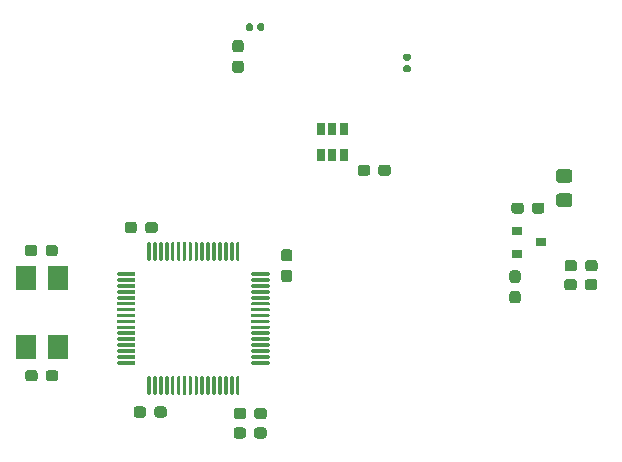
<source format=gbr>
%TF.GenerationSoftware,KiCad,Pcbnew,(5.1.6)-1*%
%TF.CreationDate,2020-12-15T22:49:58+02:00*%
%TF.ProjectId,macropad,6d616372-6f70-4616-942e-6b696361645f,rev?*%
%TF.SameCoordinates,Original*%
%TF.FileFunction,Paste,Top*%
%TF.FilePolarity,Positive*%
%FSLAX46Y46*%
G04 Gerber Fmt 4.6, Leading zero omitted, Abs format (unit mm)*
G04 Created by KiCad (PCBNEW (5.1.6)-1) date 2020-12-15 22:49:58*
%MOMM*%
%LPD*%
G01*
G04 APERTURE LIST*
%ADD10R,0.900000X0.800000*%
%ADD11R,0.650000X1.060000*%
%ADD12R,1.700000X2.100000*%
G04 APERTURE END LIST*
%TO.C,FB1*%
G36*
G01*
X139400001Y-54315000D02*
X138499999Y-54315000D01*
G75*
G02*
X138250000Y-54065001I0J249999D01*
G01*
X138250000Y-53414999D01*
G75*
G02*
X138499999Y-53165000I249999J0D01*
G01*
X139400001Y-53165000D01*
G75*
G02*
X139650000Y-53414999I0J-249999D01*
G01*
X139650000Y-54065001D01*
G75*
G02*
X139400001Y-54315000I-249999J0D01*
G01*
G37*
G36*
G01*
X139400001Y-52265000D02*
X138499999Y-52265000D01*
G75*
G02*
X138250000Y-52015001I0J249999D01*
G01*
X138250000Y-51364999D01*
G75*
G02*
X138499999Y-51115000I249999J0D01*
G01*
X139400001Y-51115000D01*
G75*
G02*
X139650000Y-51364999I0J-249999D01*
G01*
X139650000Y-52015001D01*
G75*
G02*
X139400001Y-52265000I-249999J0D01*
G01*
G37*
%TD*%
%TO.C,LED1*%
G36*
G01*
X141780000Y-59047500D02*
X141780000Y-59522500D01*
G75*
G02*
X141542500Y-59760000I-237500J0D01*
G01*
X140967500Y-59760000D01*
G75*
G02*
X140730000Y-59522500I0J237500D01*
G01*
X140730000Y-59047500D01*
G75*
G02*
X140967500Y-58810000I237500J0D01*
G01*
X141542500Y-58810000D01*
G75*
G02*
X141780000Y-59047500I0J-237500D01*
G01*
G37*
G36*
G01*
X140030000Y-59047500D02*
X140030000Y-59522500D01*
G75*
G02*
X139792500Y-59760000I-237500J0D01*
G01*
X139217500Y-59760000D01*
G75*
G02*
X138980000Y-59522500I0J237500D01*
G01*
X138980000Y-59047500D01*
G75*
G02*
X139217500Y-58810000I237500J0D01*
G01*
X139792500Y-58810000D01*
G75*
G02*
X140030000Y-59047500I0J-237500D01*
G01*
G37*
%TD*%
D10*
%TO.C,U1*%
X134980000Y-56360000D03*
X134980000Y-58260000D03*
X136980000Y-57310000D03*
%TD*%
D11*
%TO.C,U2*%
X120280000Y-47680000D03*
X119330000Y-47680000D03*
X118380000Y-47680000D03*
X118380000Y-49880000D03*
X120280000Y-49880000D03*
X119330000Y-49880000D03*
%TD*%
%TO.C,U3*%
G36*
G01*
X101100000Y-60075000D02*
X101100000Y-59925000D01*
G75*
G02*
X101175000Y-59850000I75000J0D01*
G01*
X102575000Y-59850000D01*
G75*
G02*
X102650000Y-59925000I0J-75000D01*
G01*
X102650000Y-60075000D01*
G75*
G02*
X102575000Y-60150000I-75000J0D01*
G01*
X101175000Y-60150000D01*
G75*
G02*
X101100000Y-60075000I0J75000D01*
G01*
G37*
G36*
G01*
X101100000Y-60575000D02*
X101100000Y-60425000D01*
G75*
G02*
X101175000Y-60350000I75000J0D01*
G01*
X102575000Y-60350000D01*
G75*
G02*
X102650000Y-60425000I0J-75000D01*
G01*
X102650000Y-60575000D01*
G75*
G02*
X102575000Y-60650000I-75000J0D01*
G01*
X101175000Y-60650000D01*
G75*
G02*
X101100000Y-60575000I0J75000D01*
G01*
G37*
G36*
G01*
X101100000Y-61075000D02*
X101100000Y-60925000D01*
G75*
G02*
X101175000Y-60850000I75000J0D01*
G01*
X102575000Y-60850000D01*
G75*
G02*
X102650000Y-60925000I0J-75000D01*
G01*
X102650000Y-61075000D01*
G75*
G02*
X102575000Y-61150000I-75000J0D01*
G01*
X101175000Y-61150000D01*
G75*
G02*
X101100000Y-61075000I0J75000D01*
G01*
G37*
G36*
G01*
X101100000Y-61575000D02*
X101100000Y-61425000D01*
G75*
G02*
X101175000Y-61350000I75000J0D01*
G01*
X102575000Y-61350000D01*
G75*
G02*
X102650000Y-61425000I0J-75000D01*
G01*
X102650000Y-61575000D01*
G75*
G02*
X102575000Y-61650000I-75000J0D01*
G01*
X101175000Y-61650000D01*
G75*
G02*
X101100000Y-61575000I0J75000D01*
G01*
G37*
G36*
G01*
X101100000Y-62075000D02*
X101100000Y-61925000D01*
G75*
G02*
X101175000Y-61850000I75000J0D01*
G01*
X102575000Y-61850000D01*
G75*
G02*
X102650000Y-61925000I0J-75000D01*
G01*
X102650000Y-62075000D01*
G75*
G02*
X102575000Y-62150000I-75000J0D01*
G01*
X101175000Y-62150000D01*
G75*
G02*
X101100000Y-62075000I0J75000D01*
G01*
G37*
G36*
G01*
X101100000Y-62575000D02*
X101100000Y-62425000D01*
G75*
G02*
X101175000Y-62350000I75000J0D01*
G01*
X102575000Y-62350000D01*
G75*
G02*
X102650000Y-62425000I0J-75000D01*
G01*
X102650000Y-62575000D01*
G75*
G02*
X102575000Y-62650000I-75000J0D01*
G01*
X101175000Y-62650000D01*
G75*
G02*
X101100000Y-62575000I0J75000D01*
G01*
G37*
G36*
G01*
X101100000Y-63075000D02*
X101100000Y-62925000D01*
G75*
G02*
X101175000Y-62850000I75000J0D01*
G01*
X102575000Y-62850000D01*
G75*
G02*
X102650000Y-62925000I0J-75000D01*
G01*
X102650000Y-63075000D01*
G75*
G02*
X102575000Y-63150000I-75000J0D01*
G01*
X101175000Y-63150000D01*
G75*
G02*
X101100000Y-63075000I0J75000D01*
G01*
G37*
G36*
G01*
X101100000Y-63575000D02*
X101100000Y-63425000D01*
G75*
G02*
X101175000Y-63350000I75000J0D01*
G01*
X102575000Y-63350000D01*
G75*
G02*
X102650000Y-63425000I0J-75000D01*
G01*
X102650000Y-63575000D01*
G75*
G02*
X102575000Y-63650000I-75000J0D01*
G01*
X101175000Y-63650000D01*
G75*
G02*
X101100000Y-63575000I0J75000D01*
G01*
G37*
G36*
G01*
X101100000Y-64075000D02*
X101100000Y-63925000D01*
G75*
G02*
X101175000Y-63850000I75000J0D01*
G01*
X102575000Y-63850000D01*
G75*
G02*
X102650000Y-63925000I0J-75000D01*
G01*
X102650000Y-64075000D01*
G75*
G02*
X102575000Y-64150000I-75000J0D01*
G01*
X101175000Y-64150000D01*
G75*
G02*
X101100000Y-64075000I0J75000D01*
G01*
G37*
G36*
G01*
X101100000Y-64575000D02*
X101100000Y-64425000D01*
G75*
G02*
X101175000Y-64350000I75000J0D01*
G01*
X102575000Y-64350000D01*
G75*
G02*
X102650000Y-64425000I0J-75000D01*
G01*
X102650000Y-64575000D01*
G75*
G02*
X102575000Y-64650000I-75000J0D01*
G01*
X101175000Y-64650000D01*
G75*
G02*
X101100000Y-64575000I0J75000D01*
G01*
G37*
G36*
G01*
X101100000Y-65075000D02*
X101100000Y-64925000D01*
G75*
G02*
X101175000Y-64850000I75000J0D01*
G01*
X102575000Y-64850000D01*
G75*
G02*
X102650000Y-64925000I0J-75000D01*
G01*
X102650000Y-65075000D01*
G75*
G02*
X102575000Y-65150000I-75000J0D01*
G01*
X101175000Y-65150000D01*
G75*
G02*
X101100000Y-65075000I0J75000D01*
G01*
G37*
G36*
G01*
X101100000Y-65575000D02*
X101100000Y-65425000D01*
G75*
G02*
X101175000Y-65350000I75000J0D01*
G01*
X102575000Y-65350000D01*
G75*
G02*
X102650000Y-65425000I0J-75000D01*
G01*
X102650000Y-65575000D01*
G75*
G02*
X102575000Y-65650000I-75000J0D01*
G01*
X101175000Y-65650000D01*
G75*
G02*
X101100000Y-65575000I0J75000D01*
G01*
G37*
G36*
G01*
X101100000Y-66075000D02*
X101100000Y-65925000D01*
G75*
G02*
X101175000Y-65850000I75000J0D01*
G01*
X102575000Y-65850000D01*
G75*
G02*
X102650000Y-65925000I0J-75000D01*
G01*
X102650000Y-66075000D01*
G75*
G02*
X102575000Y-66150000I-75000J0D01*
G01*
X101175000Y-66150000D01*
G75*
G02*
X101100000Y-66075000I0J75000D01*
G01*
G37*
G36*
G01*
X101100000Y-66575000D02*
X101100000Y-66425000D01*
G75*
G02*
X101175000Y-66350000I75000J0D01*
G01*
X102575000Y-66350000D01*
G75*
G02*
X102650000Y-66425000I0J-75000D01*
G01*
X102650000Y-66575000D01*
G75*
G02*
X102575000Y-66650000I-75000J0D01*
G01*
X101175000Y-66650000D01*
G75*
G02*
X101100000Y-66575000I0J75000D01*
G01*
G37*
G36*
G01*
X101100000Y-67075000D02*
X101100000Y-66925000D01*
G75*
G02*
X101175000Y-66850000I75000J0D01*
G01*
X102575000Y-66850000D01*
G75*
G02*
X102650000Y-66925000I0J-75000D01*
G01*
X102650000Y-67075000D01*
G75*
G02*
X102575000Y-67150000I-75000J0D01*
G01*
X101175000Y-67150000D01*
G75*
G02*
X101100000Y-67075000I0J75000D01*
G01*
G37*
G36*
G01*
X101100000Y-67575000D02*
X101100000Y-67425000D01*
G75*
G02*
X101175000Y-67350000I75000J0D01*
G01*
X102575000Y-67350000D01*
G75*
G02*
X102650000Y-67425000I0J-75000D01*
G01*
X102650000Y-67575000D01*
G75*
G02*
X102575000Y-67650000I-75000J0D01*
G01*
X101175000Y-67650000D01*
G75*
G02*
X101100000Y-67575000I0J75000D01*
G01*
G37*
G36*
G01*
X103650000Y-70125000D02*
X103650000Y-68725000D01*
G75*
G02*
X103725000Y-68650000I75000J0D01*
G01*
X103875000Y-68650000D01*
G75*
G02*
X103950000Y-68725000I0J-75000D01*
G01*
X103950000Y-70125000D01*
G75*
G02*
X103875000Y-70200000I-75000J0D01*
G01*
X103725000Y-70200000D01*
G75*
G02*
X103650000Y-70125000I0J75000D01*
G01*
G37*
G36*
G01*
X104150000Y-70125000D02*
X104150000Y-68725000D01*
G75*
G02*
X104225000Y-68650000I75000J0D01*
G01*
X104375000Y-68650000D01*
G75*
G02*
X104450000Y-68725000I0J-75000D01*
G01*
X104450000Y-70125000D01*
G75*
G02*
X104375000Y-70200000I-75000J0D01*
G01*
X104225000Y-70200000D01*
G75*
G02*
X104150000Y-70125000I0J75000D01*
G01*
G37*
G36*
G01*
X104650000Y-70125000D02*
X104650000Y-68725000D01*
G75*
G02*
X104725000Y-68650000I75000J0D01*
G01*
X104875000Y-68650000D01*
G75*
G02*
X104950000Y-68725000I0J-75000D01*
G01*
X104950000Y-70125000D01*
G75*
G02*
X104875000Y-70200000I-75000J0D01*
G01*
X104725000Y-70200000D01*
G75*
G02*
X104650000Y-70125000I0J75000D01*
G01*
G37*
G36*
G01*
X105150000Y-70125000D02*
X105150000Y-68725000D01*
G75*
G02*
X105225000Y-68650000I75000J0D01*
G01*
X105375000Y-68650000D01*
G75*
G02*
X105450000Y-68725000I0J-75000D01*
G01*
X105450000Y-70125000D01*
G75*
G02*
X105375000Y-70200000I-75000J0D01*
G01*
X105225000Y-70200000D01*
G75*
G02*
X105150000Y-70125000I0J75000D01*
G01*
G37*
G36*
G01*
X105650000Y-70125000D02*
X105650000Y-68725000D01*
G75*
G02*
X105725000Y-68650000I75000J0D01*
G01*
X105875000Y-68650000D01*
G75*
G02*
X105950000Y-68725000I0J-75000D01*
G01*
X105950000Y-70125000D01*
G75*
G02*
X105875000Y-70200000I-75000J0D01*
G01*
X105725000Y-70200000D01*
G75*
G02*
X105650000Y-70125000I0J75000D01*
G01*
G37*
G36*
G01*
X106150000Y-70125000D02*
X106150000Y-68725000D01*
G75*
G02*
X106225000Y-68650000I75000J0D01*
G01*
X106375000Y-68650000D01*
G75*
G02*
X106450000Y-68725000I0J-75000D01*
G01*
X106450000Y-70125000D01*
G75*
G02*
X106375000Y-70200000I-75000J0D01*
G01*
X106225000Y-70200000D01*
G75*
G02*
X106150000Y-70125000I0J75000D01*
G01*
G37*
G36*
G01*
X106650000Y-70125000D02*
X106650000Y-68725000D01*
G75*
G02*
X106725000Y-68650000I75000J0D01*
G01*
X106875000Y-68650000D01*
G75*
G02*
X106950000Y-68725000I0J-75000D01*
G01*
X106950000Y-70125000D01*
G75*
G02*
X106875000Y-70200000I-75000J0D01*
G01*
X106725000Y-70200000D01*
G75*
G02*
X106650000Y-70125000I0J75000D01*
G01*
G37*
G36*
G01*
X107150000Y-70125000D02*
X107150000Y-68725000D01*
G75*
G02*
X107225000Y-68650000I75000J0D01*
G01*
X107375000Y-68650000D01*
G75*
G02*
X107450000Y-68725000I0J-75000D01*
G01*
X107450000Y-70125000D01*
G75*
G02*
X107375000Y-70200000I-75000J0D01*
G01*
X107225000Y-70200000D01*
G75*
G02*
X107150000Y-70125000I0J75000D01*
G01*
G37*
G36*
G01*
X107650000Y-70125000D02*
X107650000Y-68725000D01*
G75*
G02*
X107725000Y-68650000I75000J0D01*
G01*
X107875000Y-68650000D01*
G75*
G02*
X107950000Y-68725000I0J-75000D01*
G01*
X107950000Y-70125000D01*
G75*
G02*
X107875000Y-70200000I-75000J0D01*
G01*
X107725000Y-70200000D01*
G75*
G02*
X107650000Y-70125000I0J75000D01*
G01*
G37*
G36*
G01*
X108150000Y-70125000D02*
X108150000Y-68725000D01*
G75*
G02*
X108225000Y-68650000I75000J0D01*
G01*
X108375000Y-68650000D01*
G75*
G02*
X108450000Y-68725000I0J-75000D01*
G01*
X108450000Y-70125000D01*
G75*
G02*
X108375000Y-70200000I-75000J0D01*
G01*
X108225000Y-70200000D01*
G75*
G02*
X108150000Y-70125000I0J75000D01*
G01*
G37*
G36*
G01*
X108650000Y-70125000D02*
X108650000Y-68725000D01*
G75*
G02*
X108725000Y-68650000I75000J0D01*
G01*
X108875000Y-68650000D01*
G75*
G02*
X108950000Y-68725000I0J-75000D01*
G01*
X108950000Y-70125000D01*
G75*
G02*
X108875000Y-70200000I-75000J0D01*
G01*
X108725000Y-70200000D01*
G75*
G02*
X108650000Y-70125000I0J75000D01*
G01*
G37*
G36*
G01*
X109150000Y-70125000D02*
X109150000Y-68725000D01*
G75*
G02*
X109225000Y-68650000I75000J0D01*
G01*
X109375000Y-68650000D01*
G75*
G02*
X109450000Y-68725000I0J-75000D01*
G01*
X109450000Y-70125000D01*
G75*
G02*
X109375000Y-70200000I-75000J0D01*
G01*
X109225000Y-70200000D01*
G75*
G02*
X109150000Y-70125000I0J75000D01*
G01*
G37*
G36*
G01*
X109650000Y-70125000D02*
X109650000Y-68725000D01*
G75*
G02*
X109725000Y-68650000I75000J0D01*
G01*
X109875000Y-68650000D01*
G75*
G02*
X109950000Y-68725000I0J-75000D01*
G01*
X109950000Y-70125000D01*
G75*
G02*
X109875000Y-70200000I-75000J0D01*
G01*
X109725000Y-70200000D01*
G75*
G02*
X109650000Y-70125000I0J75000D01*
G01*
G37*
G36*
G01*
X110150000Y-70125000D02*
X110150000Y-68725000D01*
G75*
G02*
X110225000Y-68650000I75000J0D01*
G01*
X110375000Y-68650000D01*
G75*
G02*
X110450000Y-68725000I0J-75000D01*
G01*
X110450000Y-70125000D01*
G75*
G02*
X110375000Y-70200000I-75000J0D01*
G01*
X110225000Y-70200000D01*
G75*
G02*
X110150000Y-70125000I0J75000D01*
G01*
G37*
G36*
G01*
X110650000Y-70125000D02*
X110650000Y-68725000D01*
G75*
G02*
X110725000Y-68650000I75000J0D01*
G01*
X110875000Y-68650000D01*
G75*
G02*
X110950000Y-68725000I0J-75000D01*
G01*
X110950000Y-70125000D01*
G75*
G02*
X110875000Y-70200000I-75000J0D01*
G01*
X110725000Y-70200000D01*
G75*
G02*
X110650000Y-70125000I0J75000D01*
G01*
G37*
G36*
G01*
X111150000Y-70125000D02*
X111150000Y-68725000D01*
G75*
G02*
X111225000Y-68650000I75000J0D01*
G01*
X111375000Y-68650000D01*
G75*
G02*
X111450000Y-68725000I0J-75000D01*
G01*
X111450000Y-70125000D01*
G75*
G02*
X111375000Y-70200000I-75000J0D01*
G01*
X111225000Y-70200000D01*
G75*
G02*
X111150000Y-70125000I0J75000D01*
G01*
G37*
G36*
G01*
X112450000Y-67575000D02*
X112450000Y-67425000D01*
G75*
G02*
X112525000Y-67350000I75000J0D01*
G01*
X113925000Y-67350000D01*
G75*
G02*
X114000000Y-67425000I0J-75000D01*
G01*
X114000000Y-67575000D01*
G75*
G02*
X113925000Y-67650000I-75000J0D01*
G01*
X112525000Y-67650000D01*
G75*
G02*
X112450000Y-67575000I0J75000D01*
G01*
G37*
G36*
G01*
X112450000Y-67075000D02*
X112450000Y-66925000D01*
G75*
G02*
X112525000Y-66850000I75000J0D01*
G01*
X113925000Y-66850000D01*
G75*
G02*
X114000000Y-66925000I0J-75000D01*
G01*
X114000000Y-67075000D01*
G75*
G02*
X113925000Y-67150000I-75000J0D01*
G01*
X112525000Y-67150000D01*
G75*
G02*
X112450000Y-67075000I0J75000D01*
G01*
G37*
G36*
G01*
X112450000Y-66575000D02*
X112450000Y-66425000D01*
G75*
G02*
X112525000Y-66350000I75000J0D01*
G01*
X113925000Y-66350000D01*
G75*
G02*
X114000000Y-66425000I0J-75000D01*
G01*
X114000000Y-66575000D01*
G75*
G02*
X113925000Y-66650000I-75000J0D01*
G01*
X112525000Y-66650000D01*
G75*
G02*
X112450000Y-66575000I0J75000D01*
G01*
G37*
G36*
G01*
X112450000Y-66075000D02*
X112450000Y-65925000D01*
G75*
G02*
X112525000Y-65850000I75000J0D01*
G01*
X113925000Y-65850000D01*
G75*
G02*
X114000000Y-65925000I0J-75000D01*
G01*
X114000000Y-66075000D01*
G75*
G02*
X113925000Y-66150000I-75000J0D01*
G01*
X112525000Y-66150000D01*
G75*
G02*
X112450000Y-66075000I0J75000D01*
G01*
G37*
G36*
G01*
X112450000Y-65575000D02*
X112450000Y-65425000D01*
G75*
G02*
X112525000Y-65350000I75000J0D01*
G01*
X113925000Y-65350000D01*
G75*
G02*
X114000000Y-65425000I0J-75000D01*
G01*
X114000000Y-65575000D01*
G75*
G02*
X113925000Y-65650000I-75000J0D01*
G01*
X112525000Y-65650000D01*
G75*
G02*
X112450000Y-65575000I0J75000D01*
G01*
G37*
G36*
G01*
X112450000Y-65075000D02*
X112450000Y-64925000D01*
G75*
G02*
X112525000Y-64850000I75000J0D01*
G01*
X113925000Y-64850000D01*
G75*
G02*
X114000000Y-64925000I0J-75000D01*
G01*
X114000000Y-65075000D01*
G75*
G02*
X113925000Y-65150000I-75000J0D01*
G01*
X112525000Y-65150000D01*
G75*
G02*
X112450000Y-65075000I0J75000D01*
G01*
G37*
G36*
G01*
X112450000Y-64575000D02*
X112450000Y-64425000D01*
G75*
G02*
X112525000Y-64350000I75000J0D01*
G01*
X113925000Y-64350000D01*
G75*
G02*
X114000000Y-64425000I0J-75000D01*
G01*
X114000000Y-64575000D01*
G75*
G02*
X113925000Y-64650000I-75000J0D01*
G01*
X112525000Y-64650000D01*
G75*
G02*
X112450000Y-64575000I0J75000D01*
G01*
G37*
G36*
G01*
X112450000Y-64075000D02*
X112450000Y-63925000D01*
G75*
G02*
X112525000Y-63850000I75000J0D01*
G01*
X113925000Y-63850000D01*
G75*
G02*
X114000000Y-63925000I0J-75000D01*
G01*
X114000000Y-64075000D01*
G75*
G02*
X113925000Y-64150000I-75000J0D01*
G01*
X112525000Y-64150000D01*
G75*
G02*
X112450000Y-64075000I0J75000D01*
G01*
G37*
G36*
G01*
X112450000Y-63575000D02*
X112450000Y-63425000D01*
G75*
G02*
X112525000Y-63350000I75000J0D01*
G01*
X113925000Y-63350000D01*
G75*
G02*
X114000000Y-63425000I0J-75000D01*
G01*
X114000000Y-63575000D01*
G75*
G02*
X113925000Y-63650000I-75000J0D01*
G01*
X112525000Y-63650000D01*
G75*
G02*
X112450000Y-63575000I0J75000D01*
G01*
G37*
G36*
G01*
X112450000Y-63075000D02*
X112450000Y-62925000D01*
G75*
G02*
X112525000Y-62850000I75000J0D01*
G01*
X113925000Y-62850000D01*
G75*
G02*
X114000000Y-62925000I0J-75000D01*
G01*
X114000000Y-63075000D01*
G75*
G02*
X113925000Y-63150000I-75000J0D01*
G01*
X112525000Y-63150000D01*
G75*
G02*
X112450000Y-63075000I0J75000D01*
G01*
G37*
G36*
G01*
X112450000Y-62575000D02*
X112450000Y-62425000D01*
G75*
G02*
X112525000Y-62350000I75000J0D01*
G01*
X113925000Y-62350000D01*
G75*
G02*
X114000000Y-62425000I0J-75000D01*
G01*
X114000000Y-62575000D01*
G75*
G02*
X113925000Y-62650000I-75000J0D01*
G01*
X112525000Y-62650000D01*
G75*
G02*
X112450000Y-62575000I0J75000D01*
G01*
G37*
G36*
G01*
X112450000Y-62075000D02*
X112450000Y-61925000D01*
G75*
G02*
X112525000Y-61850000I75000J0D01*
G01*
X113925000Y-61850000D01*
G75*
G02*
X114000000Y-61925000I0J-75000D01*
G01*
X114000000Y-62075000D01*
G75*
G02*
X113925000Y-62150000I-75000J0D01*
G01*
X112525000Y-62150000D01*
G75*
G02*
X112450000Y-62075000I0J75000D01*
G01*
G37*
G36*
G01*
X112450000Y-61575000D02*
X112450000Y-61425000D01*
G75*
G02*
X112525000Y-61350000I75000J0D01*
G01*
X113925000Y-61350000D01*
G75*
G02*
X114000000Y-61425000I0J-75000D01*
G01*
X114000000Y-61575000D01*
G75*
G02*
X113925000Y-61650000I-75000J0D01*
G01*
X112525000Y-61650000D01*
G75*
G02*
X112450000Y-61575000I0J75000D01*
G01*
G37*
G36*
G01*
X112450000Y-61075000D02*
X112450000Y-60925000D01*
G75*
G02*
X112525000Y-60850000I75000J0D01*
G01*
X113925000Y-60850000D01*
G75*
G02*
X114000000Y-60925000I0J-75000D01*
G01*
X114000000Y-61075000D01*
G75*
G02*
X113925000Y-61150000I-75000J0D01*
G01*
X112525000Y-61150000D01*
G75*
G02*
X112450000Y-61075000I0J75000D01*
G01*
G37*
G36*
G01*
X112450000Y-60575000D02*
X112450000Y-60425000D01*
G75*
G02*
X112525000Y-60350000I75000J0D01*
G01*
X113925000Y-60350000D01*
G75*
G02*
X114000000Y-60425000I0J-75000D01*
G01*
X114000000Y-60575000D01*
G75*
G02*
X113925000Y-60650000I-75000J0D01*
G01*
X112525000Y-60650000D01*
G75*
G02*
X112450000Y-60575000I0J75000D01*
G01*
G37*
G36*
G01*
X112450000Y-60075000D02*
X112450000Y-59925000D01*
G75*
G02*
X112525000Y-59850000I75000J0D01*
G01*
X113925000Y-59850000D01*
G75*
G02*
X114000000Y-59925000I0J-75000D01*
G01*
X114000000Y-60075000D01*
G75*
G02*
X113925000Y-60150000I-75000J0D01*
G01*
X112525000Y-60150000D01*
G75*
G02*
X112450000Y-60075000I0J75000D01*
G01*
G37*
G36*
G01*
X111150000Y-58775000D02*
X111150000Y-57375000D01*
G75*
G02*
X111225000Y-57300000I75000J0D01*
G01*
X111375000Y-57300000D01*
G75*
G02*
X111450000Y-57375000I0J-75000D01*
G01*
X111450000Y-58775000D01*
G75*
G02*
X111375000Y-58850000I-75000J0D01*
G01*
X111225000Y-58850000D01*
G75*
G02*
X111150000Y-58775000I0J75000D01*
G01*
G37*
G36*
G01*
X110650000Y-58775000D02*
X110650000Y-57375000D01*
G75*
G02*
X110725000Y-57300000I75000J0D01*
G01*
X110875000Y-57300000D01*
G75*
G02*
X110950000Y-57375000I0J-75000D01*
G01*
X110950000Y-58775000D01*
G75*
G02*
X110875000Y-58850000I-75000J0D01*
G01*
X110725000Y-58850000D01*
G75*
G02*
X110650000Y-58775000I0J75000D01*
G01*
G37*
G36*
G01*
X110150000Y-58775000D02*
X110150000Y-57375000D01*
G75*
G02*
X110225000Y-57300000I75000J0D01*
G01*
X110375000Y-57300000D01*
G75*
G02*
X110450000Y-57375000I0J-75000D01*
G01*
X110450000Y-58775000D01*
G75*
G02*
X110375000Y-58850000I-75000J0D01*
G01*
X110225000Y-58850000D01*
G75*
G02*
X110150000Y-58775000I0J75000D01*
G01*
G37*
G36*
G01*
X109650000Y-58775000D02*
X109650000Y-57375000D01*
G75*
G02*
X109725000Y-57300000I75000J0D01*
G01*
X109875000Y-57300000D01*
G75*
G02*
X109950000Y-57375000I0J-75000D01*
G01*
X109950000Y-58775000D01*
G75*
G02*
X109875000Y-58850000I-75000J0D01*
G01*
X109725000Y-58850000D01*
G75*
G02*
X109650000Y-58775000I0J75000D01*
G01*
G37*
G36*
G01*
X109150000Y-58775000D02*
X109150000Y-57375000D01*
G75*
G02*
X109225000Y-57300000I75000J0D01*
G01*
X109375000Y-57300000D01*
G75*
G02*
X109450000Y-57375000I0J-75000D01*
G01*
X109450000Y-58775000D01*
G75*
G02*
X109375000Y-58850000I-75000J0D01*
G01*
X109225000Y-58850000D01*
G75*
G02*
X109150000Y-58775000I0J75000D01*
G01*
G37*
G36*
G01*
X108650000Y-58775000D02*
X108650000Y-57375000D01*
G75*
G02*
X108725000Y-57300000I75000J0D01*
G01*
X108875000Y-57300000D01*
G75*
G02*
X108950000Y-57375000I0J-75000D01*
G01*
X108950000Y-58775000D01*
G75*
G02*
X108875000Y-58850000I-75000J0D01*
G01*
X108725000Y-58850000D01*
G75*
G02*
X108650000Y-58775000I0J75000D01*
G01*
G37*
G36*
G01*
X108150000Y-58775000D02*
X108150000Y-57375000D01*
G75*
G02*
X108225000Y-57300000I75000J0D01*
G01*
X108375000Y-57300000D01*
G75*
G02*
X108450000Y-57375000I0J-75000D01*
G01*
X108450000Y-58775000D01*
G75*
G02*
X108375000Y-58850000I-75000J0D01*
G01*
X108225000Y-58850000D01*
G75*
G02*
X108150000Y-58775000I0J75000D01*
G01*
G37*
G36*
G01*
X107650000Y-58775000D02*
X107650000Y-57375000D01*
G75*
G02*
X107725000Y-57300000I75000J0D01*
G01*
X107875000Y-57300000D01*
G75*
G02*
X107950000Y-57375000I0J-75000D01*
G01*
X107950000Y-58775000D01*
G75*
G02*
X107875000Y-58850000I-75000J0D01*
G01*
X107725000Y-58850000D01*
G75*
G02*
X107650000Y-58775000I0J75000D01*
G01*
G37*
G36*
G01*
X107150000Y-58775000D02*
X107150000Y-57375000D01*
G75*
G02*
X107225000Y-57300000I75000J0D01*
G01*
X107375000Y-57300000D01*
G75*
G02*
X107450000Y-57375000I0J-75000D01*
G01*
X107450000Y-58775000D01*
G75*
G02*
X107375000Y-58850000I-75000J0D01*
G01*
X107225000Y-58850000D01*
G75*
G02*
X107150000Y-58775000I0J75000D01*
G01*
G37*
G36*
G01*
X106650000Y-58775000D02*
X106650000Y-57375000D01*
G75*
G02*
X106725000Y-57300000I75000J0D01*
G01*
X106875000Y-57300000D01*
G75*
G02*
X106950000Y-57375000I0J-75000D01*
G01*
X106950000Y-58775000D01*
G75*
G02*
X106875000Y-58850000I-75000J0D01*
G01*
X106725000Y-58850000D01*
G75*
G02*
X106650000Y-58775000I0J75000D01*
G01*
G37*
G36*
G01*
X106150000Y-58775000D02*
X106150000Y-57375000D01*
G75*
G02*
X106225000Y-57300000I75000J0D01*
G01*
X106375000Y-57300000D01*
G75*
G02*
X106450000Y-57375000I0J-75000D01*
G01*
X106450000Y-58775000D01*
G75*
G02*
X106375000Y-58850000I-75000J0D01*
G01*
X106225000Y-58850000D01*
G75*
G02*
X106150000Y-58775000I0J75000D01*
G01*
G37*
G36*
G01*
X105650000Y-58775000D02*
X105650000Y-57375000D01*
G75*
G02*
X105725000Y-57300000I75000J0D01*
G01*
X105875000Y-57300000D01*
G75*
G02*
X105950000Y-57375000I0J-75000D01*
G01*
X105950000Y-58775000D01*
G75*
G02*
X105875000Y-58850000I-75000J0D01*
G01*
X105725000Y-58850000D01*
G75*
G02*
X105650000Y-58775000I0J75000D01*
G01*
G37*
G36*
G01*
X105150000Y-58775000D02*
X105150000Y-57375000D01*
G75*
G02*
X105225000Y-57300000I75000J0D01*
G01*
X105375000Y-57300000D01*
G75*
G02*
X105450000Y-57375000I0J-75000D01*
G01*
X105450000Y-58775000D01*
G75*
G02*
X105375000Y-58850000I-75000J0D01*
G01*
X105225000Y-58850000D01*
G75*
G02*
X105150000Y-58775000I0J75000D01*
G01*
G37*
G36*
G01*
X104650000Y-58775000D02*
X104650000Y-57375000D01*
G75*
G02*
X104725000Y-57300000I75000J0D01*
G01*
X104875000Y-57300000D01*
G75*
G02*
X104950000Y-57375000I0J-75000D01*
G01*
X104950000Y-58775000D01*
G75*
G02*
X104875000Y-58850000I-75000J0D01*
G01*
X104725000Y-58850000D01*
G75*
G02*
X104650000Y-58775000I0J75000D01*
G01*
G37*
G36*
G01*
X104150000Y-58775000D02*
X104150000Y-57375000D01*
G75*
G02*
X104225000Y-57300000I75000J0D01*
G01*
X104375000Y-57300000D01*
G75*
G02*
X104450000Y-57375000I0J-75000D01*
G01*
X104450000Y-58775000D01*
G75*
G02*
X104375000Y-58850000I-75000J0D01*
G01*
X104225000Y-58850000D01*
G75*
G02*
X104150000Y-58775000I0J75000D01*
G01*
G37*
G36*
G01*
X103650000Y-58775000D02*
X103650000Y-57375000D01*
G75*
G02*
X103725000Y-57300000I75000J0D01*
G01*
X103875000Y-57300000D01*
G75*
G02*
X103950000Y-57375000I0J-75000D01*
G01*
X103950000Y-58775000D01*
G75*
G02*
X103875000Y-58850000I-75000J0D01*
G01*
X103725000Y-58850000D01*
G75*
G02*
X103650000Y-58775000I0J75000D01*
G01*
G37*
%TD*%
D12*
%TO.C,Y1*%
X93350000Y-60300000D03*
X93350000Y-66200000D03*
X96050000Y-66200000D03*
X96050000Y-60300000D03*
%TD*%
%TO.C,C1*%
G36*
G01*
X135530000Y-54172500D02*
X135530000Y-54647500D01*
G75*
G02*
X135292500Y-54885000I-237500J0D01*
G01*
X134717500Y-54885000D01*
G75*
G02*
X134480000Y-54647500I0J237500D01*
G01*
X134480000Y-54172500D01*
G75*
G02*
X134717500Y-53935000I237500J0D01*
G01*
X135292500Y-53935000D01*
G75*
G02*
X135530000Y-54172500I0J-237500D01*
G01*
G37*
G36*
G01*
X137280000Y-54172500D02*
X137280000Y-54647500D01*
G75*
G02*
X137042500Y-54885000I-237500J0D01*
G01*
X136467500Y-54885000D01*
G75*
G02*
X136230000Y-54647500I0J237500D01*
G01*
X136230000Y-54172500D01*
G75*
G02*
X136467500Y-53935000I237500J0D01*
G01*
X137042500Y-53935000D01*
G75*
G02*
X137280000Y-54172500I0J-237500D01*
G01*
G37*
%TD*%
%TO.C,C2*%
G36*
G01*
X134542500Y-59680000D02*
X135017500Y-59680000D01*
G75*
G02*
X135255000Y-59917500I0J-237500D01*
G01*
X135255000Y-60492500D01*
G75*
G02*
X135017500Y-60730000I-237500J0D01*
G01*
X134542500Y-60730000D01*
G75*
G02*
X134305000Y-60492500I0J237500D01*
G01*
X134305000Y-59917500D01*
G75*
G02*
X134542500Y-59680000I237500J0D01*
G01*
G37*
G36*
G01*
X134542500Y-61430000D02*
X135017500Y-61430000D01*
G75*
G02*
X135255000Y-61667500I0J-237500D01*
G01*
X135255000Y-62242500D01*
G75*
G02*
X135017500Y-62480000I-237500J0D01*
G01*
X134542500Y-62480000D01*
G75*
G02*
X134305000Y-62242500I0J237500D01*
G01*
X134305000Y-61667500D01*
G75*
G02*
X134542500Y-61430000I237500J0D01*
G01*
G37*
%TD*%
%TO.C,C3*%
G36*
G01*
X113750000Y-73207500D02*
X113750000Y-73682500D01*
G75*
G02*
X113512500Y-73920000I-237500J0D01*
G01*
X112937500Y-73920000D01*
G75*
G02*
X112700000Y-73682500I0J237500D01*
G01*
X112700000Y-73207500D01*
G75*
G02*
X112937500Y-72970000I237500J0D01*
G01*
X113512500Y-72970000D01*
G75*
G02*
X113750000Y-73207500I0J-237500D01*
G01*
G37*
G36*
G01*
X112000000Y-73207500D02*
X112000000Y-73682500D01*
G75*
G02*
X111762500Y-73920000I-237500J0D01*
G01*
X111187500Y-73920000D01*
G75*
G02*
X110950000Y-73682500I0J237500D01*
G01*
X110950000Y-73207500D01*
G75*
G02*
X111187500Y-72970000I237500J0D01*
G01*
X111762500Y-72970000D01*
G75*
G02*
X112000000Y-73207500I0J-237500D01*
G01*
G37*
%TD*%
%TO.C,C4*%
G36*
G01*
X103475000Y-56287500D02*
X103475000Y-55812500D01*
G75*
G02*
X103712500Y-55575000I237500J0D01*
G01*
X104287500Y-55575000D01*
G75*
G02*
X104525000Y-55812500I0J-237500D01*
G01*
X104525000Y-56287500D01*
G75*
G02*
X104287500Y-56525000I-237500J0D01*
G01*
X103712500Y-56525000D01*
G75*
G02*
X103475000Y-56287500I0J237500D01*
G01*
G37*
G36*
G01*
X101725000Y-56287500D02*
X101725000Y-55812500D01*
G75*
G02*
X101962500Y-55575000I237500J0D01*
G01*
X102537500Y-55575000D01*
G75*
G02*
X102775000Y-55812500I0J-237500D01*
G01*
X102775000Y-56287500D01*
G75*
G02*
X102537500Y-56525000I-237500J0D01*
G01*
X101962500Y-56525000D01*
G75*
G02*
X101725000Y-56287500I0J237500D01*
G01*
G37*
%TD*%
%TO.C,C5*%
G36*
G01*
X115212500Y-57875000D02*
X115687500Y-57875000D01*
G75*
G02*
X115925000Y-58112500I0J-237500D01*
G01*
X115925000Y-58687500D01*
G75*
G02*
X115687500Y-58925000I-237500J0D01*
G01*
X115212500Y-58925000D01*
G75*
G02*
X114975000Y-58687500I0J237500D01*
G01*
X114975000Y-58112500D01*
G75*
G02*
X115212500Y-57875000I237500J0D01*
G01*
G37*
G36*
G01*
X115212500Y-59625000D02*
X115687500Y-59625000D01*
G75*
G02*
X115925000Y-59862500I0J-237500D01*
G01*
X115925000Y-60437500D01*
G75*
G02*
X115687500Y-60675000I-237500J0D01*
G01*
X115212500Y-60675000D01*
G75*
G02*
X114975000Y-60437500I0J237500D01*
G01*
X114975000Y-59862500D01*
G75*
G02*
X115212500Y-59625000I237500J0D01*
G01*
G37*
%TD*%
%TO.C,C6*%
G36*
G01*
X112015000Y-71562500D02*
X112015000Y-72037500D01*
G75*
G02*
X111777500Y-72275000I-237500J0D01*
G01*
X111202500Y-72275000D01*
G75*
G02*
X110965000Y-72037500I0J237500D01*
G01*
X110965000Y-71562500D01*
G75*
G02*
X111202500Y-71325000I237500J0D01*
G01*
X111777500Y-71325000D01*
G75*
G02*
X112015000Y-71562500I0J-237500D01*
G01*
G37*
G36*
G01*
X113765000Y-71562500D02*
X113765000Y-72037500D01*
G75*
G02*
X113527500Y-72275000I-237500J0D01*
G01*
X112952500Y-72275000D01*
G75*
G02*
X112715000Y-72037500I0J237500D01*
G01*
X112715000Y-71562500D01*
G75*
G02*
X112952500Y-71325000I237500J0D01*
G01*
X113527500Y-71325000D01*
G75*
G02*
X113765000Y-71562500I0J-237500D01*
G01*
G37*
%TD*%
%TO.C,C7*%
G36*
G01*
X105300000Y-71437500D02*
X105300000Y-71912500D01*
G75*
G02*
X105062500Y-72150000I-237500J0D01*
G01*
X104487500Y-72150000D01*
G75*
G02*
X104250000Y-71912500I0J237500D01*
G01*
X104250000Y-71437500D01*
G75*
G02*
X104487500Y-71200000I237500J0D01*
G01*
X105062500Y-71200000D01*
G75*
G02*
X105300000Y-71437500I0J-237500D01*
G01*
G37*
G36*
G01*
X103550000Y-71437500D02*
X103550000Y-71912500D01*
G75*
G02*
X103312500Y-72150000I-237500J0D01*
G01*
X102737500Y-72150000D01*
G75*
G02*
X102500000Y-71912500I0J237500D01*
G01*
X102500000Y-71437500D01*
G75*
G02*
X102737500Y-71200000I237500J0D01*
G01*
X103312500Y-71200000D01*
G75*
G02*
X103550000Y-71437500I0J-237500D01*
G01*
G37*
%TD*%
%TO.C,C8*%
G36*
G01*
X95035000Y-58237500D02*
X95035000Y-57762500D01*
G75*
G02*
X95272500Y-57525000I237500J0D01*
G01*
X95847500Y-57525000D01*
G75*
G02*
X96085000Y-57762500I0J-237500D01*
G01*
X96085000Y-58237500D01*
G75*
G02*
X95847500Y-58475000I-237500J0D01*
G01*
X95272500Y-58475000D01*
G75*
G02*
X95035000Y-58237500I0J237500D01*
G01*
G37*
G36*
G01*
X93285000Y-58237500D02*
X93285000Y-57762500D01*
G75*
G02*
X93522500Y-57525000I237500J0D01*
G01*
X94097500Y-57525000D01*
G75*
G02*
X94335000Y-57762500I0J-237500D01*
G01*
X94335000Y-58237500D01*
G75*
G02*
X94097500Y-58475000I-237500J0D01*
G01*
X93522500Y-58475000D01*
G75*
G02*
X93285000Y-58237500I0J237500D01*
G01*
G37*
%TD*%
%TO.C,C9*%
G36*
G01*
X96115000Y-68362500D02*
X96115000Y-68837500D01*
G75*
G02*
X95877500Y-69075000I-237500J0D01*
G01*
X95302500Y-69075000D01*
G75*
G02*
X95065000Y-68837500I0J237500D01*
G01*
X95065000Y-68362500D01*
G75*
G02*
X95302500Y-68125000I237500J0D01*
G01*
X95877500Y-68125000D01*
G75*
G02*
X96115000Y-68362500I0J-237500D01*
G01*
G37*
G36*
G01*
X94365000Y-68362500D02*
X94365000Y-68837500D01*
G75*
G02*
X94127500Y-69075000I-237500J0D01*
G01*
X93552500Y-69075000D01*
G75*
G02*
X93315000Y-68837500I0J237500D01*
G01*
X93315000Y-68362500D01*
G75*
G02*
X93552500Y-68125000I237500J0D01*
G01*
X94127500Y-68125000D01*
G75*
G02*
X94365000Y-68362500I0J-237500D01*
G01*
G37*
%TD*%
%TO.C,R1*%
G36*
G01*
X141755000Y-60647500D02*
X141755000Y-61122500D01*
G75*
G02*
X141517500Y-61360000I-237500J0D01*
G01*
X140942500Y-61360000D01*
G75*
G02*
X140705000Y-61122500I0J237500D01*
G01*
X140705000Y-60647500D01*
G75*
G02*
X140942500Y-60410000I237500J0D01*
G01*
X141517500Y-60410000D01*
G75*
G02*
X141755000Y-60647500I0J-237500D01*
G01*
G37*
G36*
G01*
X140005000Y-60647500D02*
X140005000Y-61122500D01*
G75*
G02*
X139767500Y-61360000I-237500J0D01*
G01*
X139192500Y-61360000D01*
G75*
G02*
X138955000Y-61122500I0J237500D01*
G01*
X138955000Y-60647500D01*
G75*
G02*
X139192500Y-60410000I237500J0D01*
G01*
X139767500Y-60410000D01*
G75*
G02*
X140005000Y-60647500I0J-237500D01*
G01*
G37*
%TD*%
%TO.C,R2*%
G36*
G01*
X111567500Y-42975000D02*
X111092500Y-42975000D01*
G75*
G02*
X110855000Y-42737500I0J237500D01*
G01*
X110855000Y-42162500D01*
G75*
G02*
X111092500Y-41925000I237500J0D01*
G01*
X111567500Y-41925000D01*
G75*
G02*
X111805000Y-42162500I0J-237500D01*
G01*
X111805000Y-42737500D01*
G75*
G02*
X111567500Y-42975000I-237500J0D01*
G01*
G37*
G36*
G01*
X111567500Y-41225000D02*
X111092500Y-41225000D01*
G75*
G02*
X110855000Y-40987500I0J237500D01*
G01*
X110855000Y-40412500D01*
G75*
G02*
X111092500Y-40175000I237500J0D01*
G01*
X111567500Y-40175000D01*
G75*
G02*
X111805000Y-40412500I0J-237500D01*
G01*
X111805000Y-40987500D01*
G75*
G02*
X111567500Y-41225000I-237500J0D01*
G01*
G37*
%TD*%
%TO.C,R3*%
G36*
G01*
X122515000Y-50972500D02*
X122515000Y-51447500D01*
G75*
G02*
X122277500Y-51685000I-237500J0D01*
G01*
X121702500Y-51685000D01*
G75*
G02*
X121465000Y-51447500I0J237500D01*
G01*
X121465000Y-50972500D01*
G75*
G02*
X121702500Y-50735000I237500J0D01*
G01*
X122277500Y-50735000D01*
G75*
G02*
X122515000Y-50972500I0J-237500D01*
G01*
G37*
G36*
G01*
X124265000Y-50972500D02*
X124265000Y-51447500D01*
G75*
G02*
X124027500Y-51685000I-237500J0D01*
G01*
X123452500Y-51685000D01*
G75*
G02*
X123215000Y-51447500I0J237500D01*
G01*
X123215000Y-50972500D01*
G75*
G02*
X123452500Y-50735000I237500J0D01*
G01*
X124027500Y-50735000D01*
G75*
G02*
X124265000Y-50972500I0J-237500D01*
G01*
G37*
%TD*%
%TO.C,R4*%
G36*
G01*
X112585000Y-38917500D02*
X112585000Y-39262500D01*
G75*
G02*
X112437500Y-39410000I-147500J0D01*
G01*
X112142500Y-39410000D01*
G75*
G02*
X111995000Y-39262500I0J147500D01*
G01*
X111995000Y-38917500D01*
G75*
G02*
X112142500Y-38770000I147500J0D01*
G01*
X112437500Y-38770000D01*
G75*
G02*
X112585000Y-38917500I0J-147500D01*
G01*
G37*
G36*
G01*
X113555000Y-38917500D02*
X113555000Y-39262500D01*
G75*
G02*
X113407500Y-39410000I-147500J0D01*
G01*
X113112500Y-39410000D01*
G75*
G02*
X112965000Y-39262500I0J147500D01*
G01*
X112965000Y-38917500D01*
G75*
G02*
X113112500Y-38770000I147500J0D01*
G01*
X113407500Y-38770000D01*
G75*
G02*
X113555000Y-38917500I0J-147500D01*
G01*
G37*
%TD*%
%TO.C,R5*%
G36*
G01*
X125812500Y-42905000D02*
X125467500Y-42905000D01*
G75*
G02*
X125320000Y-42757500I0J147500D01*
G01*
X125320000Y-42462500D01*
G75*
G02*
X125467500Y-42315000I147500J0D01*
G01*
X125812500Y-42315000D01*
G75*
G02*
X125960000Y-42462500I0J-147500D01*
G01*
X125960000Y-42757500D01*
G75*
G02*
X125812500Y-42905000I-147500J0D01*
G01*
G37*
G36*
G01*
X125812500Y-41935000D02*
X125467500Y-41935000D01*
G75*
G02*
X125320000Y-41787500I0J147500D01*
G01*
X125320000Y-41492500D01*
G75*
G02*
X125467500Y-41345000I147500J0D01*
G01*
X125812500Y-41345000D01*
G75*
G02*
X125960000Y-41492500I0J-147500D01*
G01*
X125960000Y-41787500D01*
G75*
G02*
X125812500Y-41935000I-147500J0D01*
G01*
G37*
%TD*%
M02*

</source>
